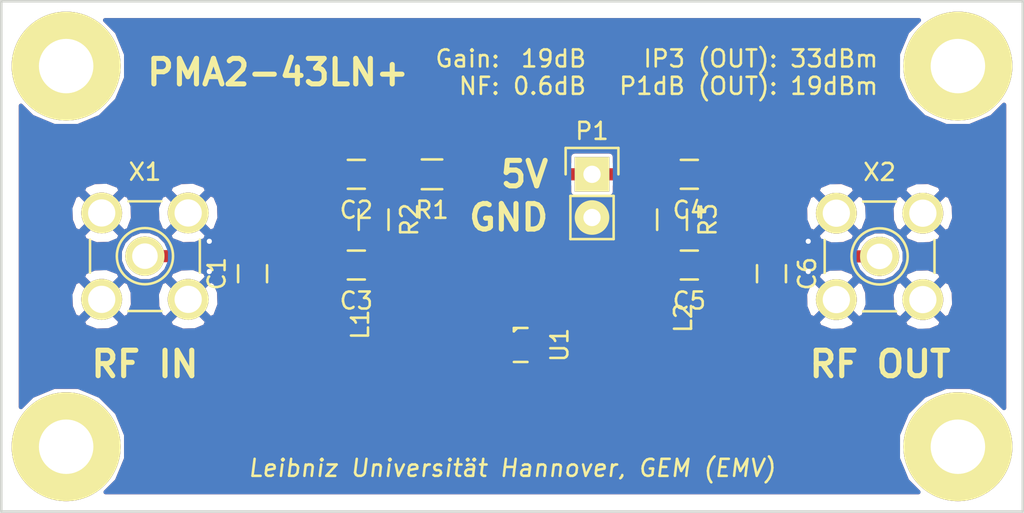
<source format=kicad_pcb>
(kicad_pcb (version 4) (host pcbnew 4.0.2+e4-6225~38~ubuntu15.10.1-stable)

  (general
    (links 69)
    (no_connects 18)
    (area 89.924999 89.924999 150.075001 120.075001)
    (thickness 1.6)
    (drawings 13)
    (tracks 35)
    (zones 0)
    (modules 23)
    (nets 10)
  )

  (page A4)
  (layers
    (0 F.Cu signal)
    (31 B.Cu signal)
    (32 B.Adhes user)
    (33 F.Adhes user)
    (34 B.Paste user)
    (35 F.Paste user)
    (36 B.SilkS user)
    (37 F.SilkS user)
    (38 B.Mask user)
    (39 F.Mask user)
    (40 Dwgs.User user)
    (41 Cmts.User user)
    (42 Eco1.User user)
    (43 Eco2.User user)
    (44 Edge.Cuts user)
    (45 Margin user)
    (46 B.CrtYd user)
    (47 F.CrtYd user)
    (48 B.Fab user)
    (49 F.Fab user)
  )

  (setup
    (last_trace_width 0.15)
    (trace_clearance 0.15)
    (zone_clearance 0.15)
    (zone_45_only no)
    (trace_min 0.15)
    (segment_width 0.1)
    (edge_width 0.15)
    (via_size 0.4)
    (via_drill 0.3)
    (via_min_size 0.4)
    (via_min_drill 0.3)
    (uvia_size 0.3)
    (uvia_drill 0.1)
    (uvias_allowed no)
    (uvia_min_size 0)
    (uvia_min_drill 0)
    (pcb_text_width 0.3)
    (pcb_text_size 1.5 1.5)
    (mod_edge_width 0.15)
    (mod_text_size 1 1)
    (mod_text_width 0.15)
    (pad_size 3.2 3.2)
    (pad_drill 3.2)
    (pad_to_mask_clearance 0.127)
    (aux_axis_origin 120 105)
    (grid_origin 120 105)
    (visible_elements FFFFFF7F)
    (pcbplotparams
      (layerselection 0x010f0_80000001)
      (usegerberextensions false)
      (excludeedgelayer false)
      (linewidth 0.100000)
      (plotframeref false)
      (viasonmask false)
      (mode 1)
      (useauxorigin false)
      (hpglpennumber 1)
      (hpglpenspeed 20)
      (hpglpendiameter 15)
      (hpglpenoverlay 2)
      (psnegative false)
      (psa4output false)
      (plotreference true)
      (plotvalue false)
      (plotinvisibletext false)
      (padsonsilk false)
      (subtractmaskfromsilk false)
      (outputformat 1)
      (mirror false)
      (drillshape 0)
      (scaleselection 1)
      (outputdirectory ../../../Temp/))
  )

  (net 0 "")
  (net 1 GNDA)
  (net 2 "Net-(C1-Pad1)")
  (net 3 "Net-(C1-Pad2)")
  (net 4 "Net-(C2-Pad1)")
  (net 5 "Net-(C3-Pad1)")
  (net 6 +5V)
  (net 7 "Net-(C5-Pad2)")
  (net 8 "Net-(C6-Pad1)")
  (net 9 "Net-(C6-Pad2)")

  (net_class Default "This is the default net class."
    (clearance 0.15)
    (trace_width 0.15)
    (via_dia 0.4)
    (via_drill 0.3)
    (uvia_dia 0.3)
    (uvia_drill 0.1)
    (add_net GNDA)
  )

  (net_class 50Ohm ""
    (clearance 0.15)
    (trace_width 0.714)
    (via_dia 0.4)
    (via_drill 0.3)
    (uvia_dia 0.3)
    (uvia_drill 0.1)
    (add_net +5V)
    (add_net "Net-(C1-Pad1)")
    (add_net "Net-(C1-Pad2)")
    (add_net "Net-(C2-Pad1)")
    (add_net "Net-(C3-Pad1)")
    (add_net "Net-(C5-Pad2)")
    (add_net "Net-(C6-Pad1)")
    (add_net "Net-(C6-Pad2)")
  )

  (module Pin_Headers:Pin_Header_Straight_1x02 (layer F.Cu) (tedit 54EA090C) (tstamp 576176DA)
    (at 124.699 100.174)
    (descr "Through hole pin header")
    (tags "pin header")
    (path /57620510)
    (fp_text reference P1 (at 0 -2.54) (layer F.SilkS)
      (effects (font (size 1 1) (thickness 0.15)))
    )
    (fp_text value CONN_01X02 (at 0 4.445) (layer F.Fab)
      (effects (font (size 1 1) (thickness 0.15)))
    )
    (fp_line (start 1.27 1.27) (end 1.27 3.81) (layer F.SilkS) (width 0.15))
    (fp_line (start 1.55 -1.55) (end 1.55 0) (layer F.SilkS) (width 0.15))
    (fp_line (start -1.75 -1.75) (end -1.75 4.3) (layer F.CrtYd) (width 0.05))
    (fp_line (start 1.75 -1.75) (end 1.75 4.3) (layer F.CrtYd) (width 0.05))
    (fp_line (start -1.75 -1.75) (end 1.75 -1.75) (layer F.CrtYd) (width 0.05))
    (fp_line (start -1.75 4.3) (end 1.75 4.3) (layer F.CrtYd) (width 0.05))
    (fp_line (start 1.27 1.27) (end -1.27 1.27) (layer F.SilkS) (width 0.15))
    (fp_line (start -1.55 0) (end -1.55 -1.55) (layer F.SilkS) (width 0.15))
    (fp_line (start -1.55 -1.55) (end 1.55 -1.55) (layer F.SilkS) (width 0.15))
    (fp_line (start -1.27 1.27) (end -1.27 3.81) (layer F.SilkS) (width 0.15))
    (fp_line (start -1.27 3.81) (end 1.27 3.81) (layer F.SilkS) (width 0.15))
    (pad 1 thru_hole rect (at 0 0) (size 2.032 2.032) (drill 1.016) (layers *.Cu *.Mask F.SilkS)
      (net 6 +5V))
    (pad 2 thru_hole oval (at 0 2.54) (size 2.032 2.032) (drill 1.016) (layers *.Cu *.Mask F.SilkS)
      (net 1 GNDA))
    (model Pin_Headers.3dshapes/Pin_Header_Straight_1x02.wrl
      (at (xyz 0 -0.05 0))
      (scale (xyz 1 1 1))
      (rotate (xyz 0 0 90))
    )
  )

  (module JueVias:VIA-0.3 (layer F.Cu) (tedit 57515DE1) (tstamp 576179FE)
    (at 137.399 105.889)
    (fp_text reference REF**11 (at 0 -1.27) (layer F.SilkS) hide
      (effects (font (size 1 1) (thickness 0.15)))
    )
    (fp_text value VIA-0.3 (at 0 1.397) (layer F.Fab) hide
      (effects (font (size 1 1) (thickness 0.15)))
    )
    (pad 1 thru_hole circle (at 0 0) (size 0.6 0.6) (drill 0.3) (layers *.Cu)
      (net 1 GNDA))
  )

  (module JueVias:VIA-0.3 (layer F.Cu) (tedit 57515DE1) (tstamp 576179FA)
    (at 137.399 104.111)
    (fp_text reference REF**11 (at 0 -1.27) (layer F.SilkS) hide
      (effects (font (size 1 1) (thickness 0.15)))
    )
    (fp_text value VIA-0.3 (at 0 1.397) (layer F.Fab) hide
      (effects (font (size 1 1) (thickness 0.15)))
    )
    (pad 1 thru_hole circle (at 0 0) (size 0.6 0.6) (drill 0.3) (layers *.Cu)
      (net 1 GNDA))
  )

  (module JueVias:VIA-0.3 (layer F.Cu) (tedit 57515DE1) (tstamp 575EBF74)
    (at 102.22 104.111)
    (fp_text reference REF**11 (at 0 -1.27) (layer F.SilkS) hide
      (effects (font (size 1 1) (thickness 0.15)))
    )
    (fp_text value VIA-0.3 (at 0 1.397) (layer F.Fab) hide
      (effects (font (size 1 1) (thickness 0.15)))
    )
    (pad 1 thru_hole circle (at 0 0) (size 0.6 0.6) (drill 0.3) (layers *.Cu)
      (net 1 GNDA))
  )

  (module JueVias:VIA-0.3 (layer F.Cu) (tedit 57515DE1) (tstamp 575EBF4D)
    (at 102.22 105.889)
    (fp_text reference REF**11 (at 0 -1.27) (layer F.SilkS) hide
      (effects (font (size 1 1) (thickness 0.15)))
    )
    (fp_text value VIA-0.3 (at 0 1.397) (layer F.Fab) hide
      (effects (font (size 1 1) (thickness 0.15)))
    )
    (pad 1 thru_hole circle (at 0 0) (size 0.6 0.6) (drill 0.3) (layers *.Cu)
      (net 1 GNDA))
  )

  (module Mounting_Holes:MountingHole_3.2mm_M3_Pad (layer F.Cu) (tedit 57517D54) (tstamp 57517E00)
    (at 93.81 93.81)
    (descr "Mounting Hole 3.2mm, M3")
    (tags "mounting hole 3.2mm m3")
    (fp_text reference REF** (at 0 -4.2) (layer F.SilkS) hide
      (effects (font (size 1 1) (thickness 0.15)))
    )
    (fp_text value MountingHole_3.2mm_M3_Pad (at 0 4.2) (layer F.Fab) hide
      (effects (font (size 1 1) (thickness 0.15)))
    )
    (fp_circle (center 0 0) (end 3.2 0) (layer Cmts.User) (width 0.15))
    (fp_circle (center 0 0) (end 3.45 0) (layer F.CrtYd) (width 0.05))
    (pad 1 thru_hole circle (at 0 0) (size 6.4 6.4) (drill 3.2) (layers *.Cu *.Mask F.SilkS))
  )

  (module Mounting_Holes:MountingHole_3.2mm_M3_Pad (layer F.Cu) (tedit 57517D54) (tstamp 57517DC8)
    (at 93.81 116.19)
    (descr "Mounting Hole 3.2mm, M3")
    (tags "mounting hole 3.2mm m3")
    (fp_text reference REF** (at 0 -4.2) (layer F.SilkS) hide
      (effects (font (size 1 1) (thickness 0.15)))
    )
    (fp_text value MountingHole_3.2mm_M3_Pad (at 0 4.2) (layer F.Fab) hide
      (effects (font (size 1 1) (thickness 0.15)))
    )
    (fp_circle (center 0 0) (end 3.2 0) (layer Cmts.User) (width 0.15))
    (fp_circle (center 0 0) (end 3.45 0) (layer F.CrtYd) (width 0.05))
    (pad 1 thru_hole circle (at 0 0) (size 6.4 6.4) (drill 3.2) (layers *.Cu *.Mask F.SilkS))
  )

  (module Mounting_Holes:MountingHole_3.2mm_M3_Pad (layer F.Cu) (tedit 57517D54) (tstamp 57517DB1)
    (at 146.19 116.19)
    (descr "Mounting Hole 3.2mm, M3")
    (tags "mounting hole 3.2mm m3")
    (fp_text reference REF** (at 0 -4.2) (layer F.SilkS) hide
      (effects (font (size 1 1) (thickness 0.15)))
    )
    (fp_text value MountingHole_3.2mm_M3_Pad (at 0 4.2) (layer F.Fab) hide
      (effects (font (size 1 1) (thickness 0.15)))
    )
    (fp_circle (center 0 0) (end 3.2 0) (layer Cmts.User) (width 0.15))
    (fp_circle (center 0 0) (end 3.45 0) (layer F.CrtYd) (width 0.05))
    (pad 1 thru_hole circle (at 0 0) (size 6.4 6.4) (drill 3.2) (layers *.Cu *.Mask F.SilkS))
  )

  (module Mounting_Holes:MountingHole_3.2mm_M3_Pad (layer F.Cu) (tedit 57517D54) (tstamp 57517D11)
    (at 146.19 93.81)
    (descr "Mounting Hole 3.2mm, M3")
    (tags "mounting hole 3.2mm m3")
    (fp_text reference REF** (at 0 -4.2) (layer F.SilkS) hide
      (effects (font (size 1 1) (thickness 0.15)))
    )
    (fp_text value MountingHole_3.2mm_M3_Pad (at 0 4.2) (layer F.Fab) hide
      (effects (font (size 1 1) (thickness 0.15)))
    )
    (fp_circle (center 0 0) (end 3.2 0) (layer Cmts.User) (width 0.15))
    (fp_circle (center 0 0) (end 3.45 0) (layer F.CrtYd) (width 0.05))
    (pad 1 thru_hole circle (at 0 0) (size 6.4 6.4) (drill 3.2) (layers *.Cu *.Mask F.SilkS))
  )

  (module JueConnectors:SMA-F-THT (layer F.Cu) (tedit 575EBBCE) (tstamp 57518A89)
    (at 141.59 105)
    (path /5761F149)
    (fp_text reference X2 (at 0 -4.953) (layer F.SilkS)
      (effects (font (size 1 1) (thickness 0.15)))
    )
    (fp_text value SMA-F (at 0 5.08) (layer F.Fab)
      (effects (font (size 1 1) (thickness 0.15)))
    )
    (fp_circle (center 0 0) (end 1.651 0) (layer F.SilkS) (width 0.15))
    (fp_line (start 4.1925 4.1925) (end 4.1925 -4.1925) (layer F.CrtYd) (width 0.05))
    (fp_line (start -4.1925 4.1925) (end 4.1925 4.1925) (layer F.CrtYd) (width 0.05))
    (fp_line (start -4.1925 -4.1925) (end -4.1925 4.1925) (layer F.CrtYd) (width 0.05))
    (fp_line (start 4.1925 -4.1925) (end -4.1925 -4.1925) (layer F.CrtYd) (width 0.05))
    (fp_line (start -0.9675 -3.225) (end 0.9675 -3.225) (layer F.SilkS) (width 0.15))
    (fp_line (start 3.225 -0.9675) (end 3.225 0.9675) (layer F.SilkS) (width 0.15))
    (fp_line (start -0.9675 3.225) (end 0.9675 3.225) (layer F.SilkS) (width 0.15))
    (fp_line (start -3.225 -0.9675) (end -3.225 0.9675) (layer F.SilkS) (width 0.15))
    (pad GND thru_hole circle (at -2.54 -2.54) (size 2.4 2.4) (drill 1.6) (layers *.Cu *.Mask F.SilkS)
      (net 1 GNDA) (zone_connect 1))
    (pad GND thru_hole circle (at 2.54 -2.54) (size 2.4 2.4) (drill 1.6) (layers *.Cu *.Mask F.SilkS)
      (net 1 GNDA) (zone_connect 1))
    (pad GND thru_hole circle (at -2.54 2.54) (size 2.4 2.4) (drill 1.6) (layers *.Cu *.Mask F.SilkS)
      (net 1 GNDA) (zone_connect 1))
    (pad GND thru_hole circle (at 2.54 2.54) (size 2.4 2.4) (drill 1.6) (layers *.Cu *.Mask F.SilkS)
      (net 1 GNDA) (zone_connect 1))
    (pad HF thru_hole circle (at 0 0) (size 2.3 2.3) (drill 1.5) (layers *.Cu *.Mask F.SilkS)
      (net 8 "Net-(C6-Pad1)") (zone_connect 1))
  )

  (module JueConnectors:SMA-F-THT (layer F.Cu) (tedit 575EBBCE) (tstamp 57518A77)
    (at 98.438 104.986)
    (path /5761F212)
    (fp_text reference X1 (at 0 -4.953) (layer F.SilkS)
      (effects (font (size 1 1) (thickness 0.15)))
    )
    (fp_text value SMA-F (at 0 5.08) (layer F.Fab)
      (effects (font (size 1 1) (thickness 0.15)))
    )
    (fp_circle (center 0 0) (end 1.651 0) (layer F.SilkS) (width 0.15))
    (fp_line (start 4.1925 4.1925) (end 4.1925 -4.1925) (layer F.CrtYd) (width 0.05))
    (fp_line (start -4.1925 4.1925) (end 4.1925 4.1925) (layer F.CrtYd) (width 0.05))
    (fp_line (start -4.1925 -4.1925) (end -4.1925 4.1925) (layer F.CrtYd) (width 0.05))
    (fp_line (start 4.1925 -4.1925) (end -4.1925 -4.1925) (layer F.CrtYd) (width 0.05))
    (fp_line (start -0.9675 -3.225) (end 0.9675 -3.225) (layer F.SilkS) (width 0.15))
    (fp_line (start 3.225 -0.9675) (end 3.225 0.9675) (layer F.SilkS) (width 0.15))
    (fp_line (start -0.9675 3.225) (end 0.9675 3.225) (layer F.SilkS) (width 0.15))
    (fp_line (start -3.225 -0.9675) (end -3.225 0.9675) (layer F.SilkS) (width 0.15))
    (pad GND thru_hole circle (at -2.54 -2.54) (size 2.4 2.4) (drill 1.6) (layers *.Cu *.Mask F.SilkS)
      (net 1 GNDA) (zone_connect 1))
    (pad GND thru_hole circle (at 2.54 -2.54) (size 2.4 2.4) (drill 1.6) (layers *.Cu *.Mask F.SilkS)
      (net 1 GNDA) (zone_connect 1))
    (pad GND thru_hole circle (at -2.54 2.54) (size 2.4 2.4) (drill 1.6) (layers *.Cu *.Mask F.SilkS)
      (net 1 GNDA) (zone_connect 1))
    (pad GND thru_hole circle (at 2.54 2.54) (size 2.4 2.4) (drill 1.6) (layers *.Cu *.Mask F.SilkS)
      (net 1 GNDA) (zone_connect 1))
    (pad HF thru_hole circle (at 0 0) (size 2.3 2.3) (drill 1.5) (layers *.Cu *.Mask F.SilkS)
      (net 3 "Net-(C1-Pad2)") (zone_connect 1))
  )

  (module Capacitors_SMD:C_0805 (layer F.Cu) (tedit 5415D6EA) (tstamp 5761E2FE)
    (at 104.76 106.016 90)
    (descr "Capacitor SMD 0805, reflow soldering, AVX (see smccp.pdf)")
    (tags "capacitor 0805")
    (path /5761D7DA)
    (attr smd)
    (fp_text reference C1 (at 0 -2.1 90) (layer F.SilkS)
      (effects (font (size 1 1) (thickness 0.15)))
    )
    (fp_text value 1n (at 0 2.1 90) (layer F.Fab)
      (effects (font (size 1 1) (thickness 0.15)))
    )
    (fp_line (start -1.8 -1) (end 1.8 -1) (layer F.CrtYd) (width 0.05))
    (fp_line (start -1.8 1) (end 1.8 1) (layer F.CrtYd) (width 0.05))
    (fp_line (start -1.8 -1) (end -1.8 1) (layer F.CrtYd) (width 0.05))
    (fp_line (start 1.8 -1) (end 1.8 1) (layer F.CrtYd) (width 0.05))
    (fp_line (start 0.5 -0.85) (end -0.5 -0.85) (layer F.SilkS) (width 0.15))
    (fp_line (start -0.5 0.85) (end 0.5 0.85) (layer F.SilkS) (width 0.15))
    (pad 1 smd rect (at -1 0 90) (size 1 1.25) (layers F.Cu F.Paste F.Mask)
      (net 2 "Net-(C1-Pad1)"))
    (pad 2 smd rect (at 1 0 90) (size 1 1.25) (layers F.Cu F.Paste F.Mask)
      (net 3 "Net-(C1-Pad2)"))
    (model Capacitors_SMD.3dshapes/C_0805.wrl
      (at (xyz 0 0 0))
      (scale (xyz 1 1 1))
      (rotate (xyz 0 0 0))
    )
  )

  (module Capacitors_SMD:C_0805 (layer F.Cu) (tedit 5415D6EA) (tstamp 5761E30A)
    (at 110.856 100.174 180)
    (descr "Capacitor SMD 0805, reflow soldering, AVX (see smccp.pdf)")
    (tags "capacitor 0805")
    (path /5761E051)
    (attr smd)
    (fp_text reference C2 (at 0 -2.1 180) (layer F.SilkS)
      (effects (font (size 1 1) (thickness 0.15)))
    )
    (fp_text value 4µ7 (at 0 2.1 180) (layer F.Fab)
      (effects (font (size 1 1) (thickness 0.15)))
    )
    (fp_line (start -1.8 -1) (end 1.8 -1) (layer F.CrtYd) (width 0.05))
    (fp_line (start -1.8 1) (end 1.8 1) (layer F.CrtYd) (width 0.05))
    (fp_line (start -1.8 -1) (end -1.8 1) (layer F.CrtYd) (width 0.05))
    (fp_line (start 1.8 -1) (end 1.8 1) (layer F.CrtYd) (width 0.05))
    (fp_line (start 0.5 -0.85) (end -0.5 -0.85) (layer F.SilkS) (width 0.15))
    (fp_line (start -0.5 0.85) (end 0.5 0.85) (layer F.SilkS) (width 0.15))
    (pad 1 smd rect (at -1 0 180) (size 1 1.25) (layers F.Cu F.Paste F.Mask)
      (net 4 "Net-(C2-Pad1)"))
    (pad 2 smd rect (at 1 0 180) (size 1 1.25) (layers F.Cu F.Paste F.Mask)
      (net 1 GNDA))
    (model Capacitors_SMD.3dshapes/C_0805.wrl
      (at (xyz 0 0 0))
      (scale (xyz 1 1 1))
      (rotate (xyz 0 0 0))
    )
  )

  (module Capacitors_SMD:C_0805 (layer F.Cu) (tedit 5415D6EA) (tstamp 5761E316)
    (at 110.856 105.508 180)
    (descr "Capacitor SMD 0805, reflow soldering, AVX (see smccp.pdf)")
    (tags "capacitor 0805")
    (path /5761DBBD)
    (attr smd)
    (fp_text reference C3 (at 0 -2.1 180) (layer F.SilkS)
      (effects (font (size 1 1) (thickness 0.15)))
    )
    (fp_text value 100p (at 0 2.1 180) (layer F.Fab)
      (effects (font (size 1 1) (thickness 0.15)))
    )
    (fp_line (start -1.8 -1) (end 1.8 -1) (layer F.CrtYd) (width 0.05))
    (fp_line (start -1.8 1) (end 1.8 1) (layer F.CrtYd) (width 0.05))
    (fp_line (start -1.8 -1) (end -1.8 1) (layer F.CrtYd) (width 0.05))
    (fp_line (start 1.8 -1) (end 1.8 1) (layer F.CrtYd) (width 0.05))
    (fp_line (start 0.5 -0.85) (end -0.5 -0.85) (layer F.SilkS) (width 0.15))
    (fp_line (start -0.5 0.85) (end 0.5 0.85) (layer F.SilkS) (width 0.15))
    (pad 1 smd rect (at -1 0 180) (size 1 1.25) (layers F.Cu F.Paste F.Mask)
      (net 5 "Net-(C3-Pad1)"))
    (pad 2 smd rect (at 1 0 180) (size 1 1.25) (layers F.Cu F.Paste F.Mask)
      (net 1 GNDA))
    (model Capacitors_SMD.3dshapes/C_0805.wrl
      (at (xyz 0 0 0))
      (scale (xyz 1 1 1))
      (rotate (xyz 0 0 0))
    )
  )

  (module Capacitors_SMD:C_0805 (layer F.Cu) (tedit 5415D6EA) (tstamp 5761E322)
    (at 130.414 100.174 180)
    (descr "Capacitor SMD 0805, reflow soldering, AVX (see smccp.pdf)")
    (tags "capacitor 0805")
    (path /5761ED83)
    (attr smd)
    (fp_text reference C4 (at 0 -2.1 180) (layer F.SilkS)
      (effects (font (size 1 1) (thickness 0.15)))
    )
    (fp_text value 4µ7 (at 0 2.1 180) (layer F.Fab)
      (effects (font (size 1 1) (thickness 0.15)))
    )
    (fp_line (start -1.8 -1) (end 1.8 -1) (layer F.CrtYd) (width 0.05))
    (fp_line (start -1.8 1) (end 1.8 1) (layer F.CrtYd) (width 0.05))
    (fp_line (start -1.8 -1) (end -1.8 1) (layer F.CrtYd) (width 0.05))
    (fp_line (start 1.8 -1) (end 1.8 1) (layer F.CrtYd) (width 0.05))
    (fp_line (start 0.5 -0.85) (end -0.5 -0.85) (layer F.SilkS) (width 0.15))
    (fp_line (start -0.5 0.85) (end 0.5 0.85) (layer F.SilkS) (width 0.15))
    (pad 1 smd rect (at -1 0 180) (size 1 1.25) (layers F.Cu F.Paste F.Mask)
      (net 1 GNDA))
    (pad 2 smd rect (at 1 0 180) (size 1 1.25) (layers F.Cu F.Paste F.Mask)
      (net 6 +5V))
    (model Capacitors_SMD.3dshapes/C_0805.wrl
      (at (xyz 0 0 0))
      (scale (xyz 1 1 1))
      (rotate (xyz 0 0 0))
    )
  )

  (module Capacitors_SMD:C_0805 (layer F.Cu) (tedit 5415D6EA) (tstamp 5761E32E)
    (at 130.414 105.508 180)
    (descr "Capacitor SMD 0805, reflow soldering, AVX (see smccp.pdf)")
    (tags "capacitor 0805")
    (path /5761E8E5)
    (attr smd)
    (fp_text reference C5 (at 0 -2.1 180) (layer F.SilkS)
      (effects (font (size 1 1) (thickness 0.15)))
    )
    (fp_text value 100p (at 0 2.1 180) (layer F.Fab)
      (effects (font (size 1 1) (thickness 0.15)))
    )
    (fp_line (start -1.8 -1) (end 1.8 -1) (layer F.CrtYd) (width 0.05))
    (fp_line (start -1.8 1) (end 1.8 1) (layer F.CrtYd) (width 0.05))
    (fp_line (start -1.8 -1) (end -1.8 1) (layer F.CrtYd) (width 0.05))
    (fp_line (start 1.8 -1) (end 1.8 1) (layer F.CrtYd) (width 0.05))
    (fp_line (start 0.5 -0.85) (end -0.5 -0.85) (layer F.SilkS) (width 0.15))
    (fp_line (start -0.5 0.85) (end 0.5 0.85) (layer F.SilkS) (width 0.15))
    (pad 1 smd rect (at -1 0 180) (size 1 1.25) (layers F.Cu F.Paste F.Mask)
      (net 1 GNDA))
    (pad 2 smd rect (at 1 0 180) (size 1 1.25) (layers F.Cu F.Paste F.Mask)
      (net 7 "Net-(C5-Pad2)"))
    (model Capacitors_SMD.3dshapes/C_0805.wrl
      (at (xyz 0 0 0))
      (scale (xyz 1 1 1))
      (rotate (xyz 0 0 0))
    )
  )

  (module Capacitors_SMD:C_0805 (layer F.Cu) (tedit 5415D6EA) (tstamp 5761E33A)
    (at 135.24 106.016 270)
    (descr "Capacitor SMD 0805, reflow soldering, AVX (see smccp.pdf)")
    (tags "capacitor 0805")
    (path /5761E561)
    (attr smd)
    (fp_text reference C6 (at 0 -2.1 270) (layer F.SilkS)
      (effects (font (size 1 1) (thickness 0.15)))
    )
    (fp_text value 1n (at 0 2.1 270) (layer F.Fab)
      (effects (font (size 1 1) (thickness 0.15)))
    )
    (fp_line (start -1.8 -1) (end 1.8 -1) (layer F.CrtYd) (width 0.05))
    (fp_line (start -1.8 1) (end 1.8 1) (layer F.CrtYd) (width 0.05))
    (fp_line (start -1.8 -1) (end -1.8 1) (layer F.CrtYd) (width 0.05))
    (fp_line (start 1.8 -1) (end 1.8 1) (layer F.CrtYd) (width 0.05))
    (fp_line (start 0.5 -0.85) (end -0.5 -0.85) (layer F.SilkS) (width 0.15))
    (fp_line (start -0.5 0.85) (end 0.5 0.85) (layer F.SilkS) (width 0.15))
    (pad 1 smd rect (at -1 0 270) (size 1 1.25) (layers F.Cu F.Paste F.Mask)
      (net 8 "Net-(C6-Pad1)"))
    (pad 2 smd rect (at 1 0 270) (size 1 1.25) (layers F.Cu F.Paste F.Mask)
      (net 9 "Net-(C6-Pad2)"))
    (model Capacitors_SMD.3dshapes/C_0805.wrl
      (at (xyz 0 0 0))
      (scale (xyz 1 1 1))
      (rotate (xyz 0 0 0))
    )
  )

  (module Inductors_NEOSID:Neosid_Inductor_SM-NE29_SMD1008 (layer F.Cu) (tedit 0) (tstamp 5761E340)
    (at 114.285 108.81 90)
    (descr "Neosid, Inductor, SM-NE29, SMD1008, Festinduktivitaet, SMD,")
    (tags "Neosid, Inductor, SM-NE29, SMD1008, Festinduktivitaet, SMD,")
    (path /5761DA27)
    (attr smd)
    (fp_text reference L1 (at -0.20066 -3.2004 90) (layer F.SilkS)
      (effects (font (size 1 1) (thickness 0.15)))
    )
    (fp_text value 10n (at 0 3.2004 90) (layer F.Fab)
      (effects (font (size 1 1) (thickness 0.15)))
    )
    (pad 2 smd rect (at 1.14554 0 90) (size 1.02108 2.54) (layers F.Cu F.Paste F.Mask)
      (net 5 "Net-(C3-Pad1)"))
    (pad 1 smd rect (at -1.14554 0 90) (size 1.02108 2.54) (layers F.Cu F.Paste F.Mask)
      (net 2 "Net-(C1-Pad1)"))
  )

  (module Inductors_NEOSID:Neosid_Inductor_SM-NE29_SMD1008 (layer F.Cu) (tedit 0) (tstamp 5761E346)
    (at 126.858 108.81 270)
    (descr "Neosid, Inductor, SM-NE29, SMD1008, Festinduktivitaet, SMD,")
    (tags "Neosid, Inductor, SM-NE29, SMD1008, Festinduktivitaet, SMD,")
    (path /5761E4AF)
    (attr smd)
    (fp_text reference L2 (at -0.20066 -3.2004 270) (layer F.SilkS)
      (effects (font (size 1 1) (thickness 0.15)))
    )
    (fp_text value 8n2 (at 0 3.2004 270) (layer F.Fab)
      (effects (font (size 1 1) (thickness 0.15)))
    )
    (pad 2 smd rect (at 1.14554 0 270) (size 1.02108 2.54) (layers F.Cu F.Paste F.Mask)
      (net 9 "Net-(C6-Pad2)"))
    (pad 1 smd rect (at -1.14554 0 270) (size 1.02108 2.54) (layers F.Cu F.Paste F.Mask)
      (net 7 "Net-(C5-Pad2)"))
  )

  (module Resistors_SMD:R_0805 (layer F.Cu) (tedit 5415CDEB) (tstamp 5761E352)
    (at 115.301 100.174 180)
    (descr "Resistor SMD 0805, reflow soldering, Vishay (see dcrcw.pdf)")
    (tags "resistor 0805")
    (path /5761EB5E)
    (attr smd)
    (fp_text reference R1 (at 0 -2.1 180) (layer F.SilkS)
      (effects (font (size 1 1) (thickness 0.15)))
    )
    (fp_text value 5k11 (at 0 2.1 180) (layer F.Fab)
      (effects (font (size 1 1) (thickness 0.15)))
    )
    (fp_line (start -1.6 -1) (end 1.6 -1) (layer F.CrtYd) (width 0.05))
    (fp_line (start -1.6 1) (end 1.6 1) (layer F.CrtYd) (width 0.05))
    (fp_line (start -1.6 -1) (end -1.6 1) (layer F.CrtYd) (width 0.05))
    (fp_line (start 1.6 -1) (end 1.6 1) (layer F.CrtYd) (width 0.05))
    (fp_line (start 0.6 0.875) (end -0.6 0.875) (layer F.SilkS) (width 0.15))
    (fp_line (start -0.6 -0.875) (end 0.6 -0.875) (layer F.SilkS) (width 0.15))
    (pad 1 smd rect (at -0.95 0 180) (size 0.7 1.3) (layers F.Cu F.Paste F.Mask)
      (net 6 +5V))
    (pad 2 smd rect (at 0.95 0 180) (size 0.7 1.3) (layers F.Cu F.Paste F.Mask)
      (net 4 "Net-(C2-Pad1)"))
    (model Resistors_SMD.3dshapes/R_0805.wrl
      (at (xyz 0 0 0))
      (scale (xyz 1 1 1))
      (rotate (xyz 0 0 0))
    )
  )

  (module Resistors_SMD:R_0805 (layer F.Cu) (tedit 5415CDEB) (tstamp 5761E35E)
    (at 111.872 102.841 270)
    (descr "Resistor SMD 0805, reflow soldering, Vishay (see dcrcw.pdf)")
    (tags "resistor 0805")
    (path /5761DDB6)
    (attr smd)
    (fp_text reference R2 (at 0 -2.1 270) (layer F.SilkS)
      (effects (font (size 1 1) (thickness 0.15)))
    )
    (fp_text value 49.9 (at 0 2.1 270) (layer F.Fab)
      (effects (font (size 1 1) (thickness 0.15)))
    )
    (fp_line (start -1.6 -1) (end 1.6 -1) (layer F.CrtYd) (width 0.05))
    (fp_line (start -1.6 1) (end 1.6 1) (layer F.CrtYd) (width 0.05))
    (fp_line (start -1.6 -1) (end -1.6 1) (layer F.CrtYd) (width 0.05))
    (fp_line (start 1.6 -1) (end 1.6 1) (layer F.CrtYd) (width 0.05))
    (fp_line (start 0.6 0.875) (end -0.6 0.875) (layer F.SilkS) (width 0.15))
    (fp_line (start -0.6 -0.875) (end 0.6 -0.875) (layer F.SilkS) (width 0.15))
    (pad 1 smd rect (at -0.95 0 270) (size 0.7 1.3) (layers F.Cu F.Paste F.Mask)
      (net 4 "Net-(C2-Pad1)"))
    (pad 2 smd rect (at 0.95 0 270) (size 0.7 1.3) (layers F.Cu F.Paste F.Mask)
      (net 5 "Net-(C3-Pad1)"))
    (model Resistors_SMD.3dshapes/R_0805.wrl
      (at (xyz 0 0 0))
      (scale (xyz 1 1 1))
      (rotate (xyz 0 0 0))
    )
  )

  (module Resistors_SMD:R_0805 (layer F.Cu) (tedit 5415CDEB) (tstamp 5761E36A)
    (at 129.398 102.841 270)
    (descr "Resistor SMD 0805, reflow soldering, Vishay (see dcrcw.pdf)")
    (tags "resistor 0805")
    (path /5761E96F)
    (attr smd)
    (fp_text reference R3 (at 0 -2.1 270) (layer F.SilkS)
      (effects (font (size 1 1) (thickness 0.15)))
    )
    (fp_text value 0 (at 0 2.1 270) (layer F.Fab)
      (effects (font (size 1 1) (thickness 0.15)))
    )
    (fp_line (start -1.6 -1) (end 1.6 -1) (layer F.CrtYd) (width 0.05))
    (fp_line (start -1.6 1) (end 1.6 1) (layer F.CrtYd) (width 0.05))
    (fp_line (start -1.6 -1) (end -1.6 1) (layer F.CrtYd) (width 0.05))
    (fp_line (start 1.6 -1) (end 1.6 1) (layer F.CrtYd) (width 0.05))
    (fp_line (start 0.6 0.875) (end -0.6 0.875) (layer F.SilkS) (width 0.15))
    (fp_line (start -0.6 -0.875) (end 0.6 -0.875) (layer F.SilkS) (width 0.15))
    (pad 1 smd rect (at -0.95 0 270) (size 0.7 1.3) (layers F.Cu F.Paste F.Mask)
      (net 6 +5V))
    (pad 2 smd rect (at 0.95 0 270) (size 0.7 1.3) (layers F.Cu F.Paste F.Mask)
      (net 7 "Net-(C5-Pad2)"))
    (model Resistors_SMD.3dshapes/R_0805.wrl
      (at (xyz 0 0 0))
      (scale (xyz 1 1 1))
      (rotate (xyz 0 0 0))
    )
  )

  (module MiniCircuits:MC1631 (layer F.Cu) (tedit 574C3C74) (tstamp 5761E37F)
    (at 120.508 110.207 270)
    (path /5761D6A4)
    (fp_text reference U1 (at 0 -2.286 270) (layer F.SilkS)
      (effects (font (size 1 1) (thickness 0.15)))
    )
    (fp_text value PMA2-43LN+ (at 0 2.413 270) (layer F.Fab)
      (effects (font (size 1 1) (thickness 0.15)))
    )
    (fp_line (start 1.143 -1.524) (end -1.143 -1.524) (layer F.CrtYd) (width 0.05))
    (fp_line (start 1.143 1.524) (end 1.143 -1.524) (layer F.CrtYd) (width 0.05))
    (fp_line (start -1.143 1.524) (end 1.143 1.524) (layer F.CrtYd) (width 0.05))
    (fp_line (start -1.143 -1.524) (end -1.143 1.524) (layer F.CrtYd) (width 0.05))
    (fp_line (start -1 0.2) (end -0.8 0.4) (layer F.SilkS) (width 0.15))
    (fp_line (start -1 0.4) (end -0.8 0.4) (layer F.SilkS) (width 0.15))
    (fp_line (start 1 -0.4) (end 1 0.4) (layer F.SilkS) (width 0.15))
    (fp_line (start -1 -0.4) (end -1 0.4) (layer F.SilkS) (width 0.15))
    (pad PAD smd rect (at 0 0 270) (size 1.1938 0.6096) (layers F.Cu F.Paste F.Mask)
      (net 1 GNDA))
    (pad 1 smd rect (at -0.762 0.9525 270) (size 0.254 0.7874) (layers F.Cu F.Paste F.Mask)
      (net 5 "Net-(C3-Pad1)"))
    (pad 2 smd rect (at -0.254 0.9525 270) (size 0.254 0.7874) (layers F.Cu F.Paste F.Mask)
      (net 2 "Net-(C1-Pad1)"))
    (pad 3 smd rect (at 0.254 0.9525 270) (size 0.254 0.7874) (layers F.Cu F.Paste F.Mask)
      (net 1 GNDA))
    (pad 4 smd rect (at 0.762 0.9525 270) (size 0.254 0.7874) (layers F.Cu F.Paste F.Mask)
      (net 1 GNDA))
    (pad 5 smd rect (at 0.762 -0.9525 270) (size 0.254 0.7874) (layers F.Cu F.Paste F.Mask)
      (net 1 GNDA))
    (pad 6 smd rect (at 0.254 -0.9525 270) (size 0.254 0.7874) (layers F.Cu F.Paste F.Mask)
      (net 1 GNDA))
    (pad 7 smd rect (at -0.254 -0.9525 270) (size 0.254 0.7874) (layers F.Cu F.Paste F.Mask)
      (net 9 "Net-(C6-Pad2)"))
    (pad 8 smd rect (at -0.762 -0.9525 270) (size 0.254 0.7874) (layers F.Cu F.Paste F.Mask)
      (net 1 GNDA))
  )

  (gr_text 5V (at 122.286 100.174) (layer F.SilkS) (tstamp 57617CA4)
    (effects (font (size 1.5 1.5) (thickness 0.3)) (justify right))
  )
  (gr_text GND (at 122.286 102.714) (layer F.SilkS) (tstamp 57617CC3)
    (effects (font (size 1.5 1.5) (thickness 0.3)) (justify right))
  )
  (gr_text "Gain:\nNF:" (at 119.365 94.1796) (layer F.SilkS) (tstamp 57617E63)
    (effects (font (size 1 1) (thickness 0.15)) (justify right))
  )
  (gr_text "IP3 (OUT): 33dBm\nP1dB (OUT): 19dBm" (at 141.59 94.1796) (layer F.SilkS)
    (effects (font (size 1 1) (thickness 0.15)) (justify right))
  )
  (gr_text "19dB\n0.6dB" (at 124.445 94.1796) (layer F.SilkS)
    (effects (font (size 1 1) (thickness 0.15)) (justify right))
  )
  (gr_text "Leibniz Universität Hannover, GEM (EMV)" (at 120 117.446) (layer F.SilkS)
    (effects (font (size 1 1) (thickness 0.15) italic))
  )
  (gr_text PMA2-43LN+ (at 98.41 94.1796) (layer F.SilkS)
    (effects (font (size 1.5 1.5) (thickness 0.3)) (justify left))
  )
  (gr_text "RF OUT" (at 141.618 111.336) (layer F.SilkS)
    (effects (font (size 1.5 1.5) (thickness 0.3)))
  )
  (gr_text "RF IN" (at 98.438 111.336) (layer F.SilkS)
    (effects (font (size 1.5 1.5) (thickness 0.3)))
  )
  (gr_line (start 150 90) (end 90 90) (layer Edge.Cuts) (width 0.15))
  (gr_line (start 150 120) (end 150 90) (layer Edge.Cuts) (width 0.15))
  (gr_line (start 90 120) (end 150 120) (layer Edge.Cuts) (width 0.15))
  (gr_line (start 90 90) (end 90 120) (layer Edge.Cuts) (width 0.15))

  (segment (start 180 120) (end 180 90) (width 0.25) (layer Dwgs.User) (net 0))
  (segment (start 120 120) (end 180 120) (width 0.25) (layer Dwgs.User) (net 0))
  (segment (start 114.285 109.95554) (end 118.21946 109.95554) (width 0.714) (layer F.Cu) (net 2))
  (segment (start 114.285 109.95554) (end 107.81054 109.95554) (width 0.714) (layer F.Cu) (net 2))
  (segment (start 107.81054 109.95554) (end 104.871 107.016) (width 0.714) (layer F.Cu) (net 2))
  (segment (start 104.871 107.016) (end 104.76 107.016) (width 0.714) (layer F.Cu) (net 2))
  (segment (start 104.885 107.016) (end 104.76 107.016) (width 0.714) (layer F.Cu) (net 2))
  (segment (start 98.438 104.986) (end 104.73 104.986) (width 0.714) (layer F.Cu) (net 3))
  (segment (start 104.73 104.986) (end 104.76 105.016) (width 0.714) (layer F.Cu) (net 3))
  (segment (start 111.856 100.174) (end 114.351 100.174) (width 0.714) (layer F.Cu) (net 4))
  (segment (start 111.856 100.174) (end 111.856 101.875) (width 0.714) (layer F.Cu) (net 4))
  (segment (start 111.856 101.875) (end 111.872 101.891) (width 0.714) (layer F.Cu) (net 4))
  (segment (start 117.33046 107.66446) (end 118.857 109.191) (width 0.714) (layer F.Cu) (net 5))
  (segment (start 114.285 107.66446) (end 117.33046 107.66446) (width 0.714) (layer F.Cu) (net 5))
  (segment (start 111.872 103.791) (end 111.872 105.492) (width 0.714) (layer F.Cu) (net 5))
  (segment (start 111.872 105.492) (end 111.856 105.508) (width 0.714) (layer F.Cu) (net 5))
  (segment (start 114.285 107.53746) (end 113.88546 107.53746) (width 0.714) (layer F.Cu) (net 5))
  (segment (start 113.88546 107.53746) (end 111.856 105.508) (width 0.714) (layer F.Cu) (net 5))
  (segment (start 129.398 101.891) (end 129.398 100.19) (width 0.714) (layer F.Cu) (net 6))
  (segment (start 129.398 100.19) (end 129.414 100.174) (width 0.714) (layer F.Cu) (net 6))
  (segment (start 129.414 100.174) (end 124.699 100.174) (width 0.714) (layer F.Cu) (net 6))
  (segment (start 116.251 100.174) (end 124.699 100.174) (width 0.714) (layer F.Cu) (net 6))
  (segment (start 129.398 103.791) (end 129.398 105.492) (width 0.714) (layer F.Cu) (net 7))
  (segment (start 129.398 105.492) (end 129.414 105.508) (width 0.714) (layer F.Cu) (net 7))
  (segment (start 126.858 107.66446) (end 127.25754 107.66446) (width 0.714) (layer F.Cu) (net 7))
  (segment (start 127.25754 107.66446) (end 129.414 105.508) (width 0.714) (layer F.Cu) (net 7))
  (segment (start 141.59 105) (end 135.256 105) (width 0.714) (layer F.Cu) (net 8))
  (segment (start 135.256 105) (end 135.24 105.016) (width 0.714) (layer F.Cu) (net 8))
  (segment (start 124.87146 109.953) (end 122.6035 109.953) (width 0.714) (layer F.Cu) (net 9))
  (segment (start 126.858 109.95554) (end 124.874 109.95554) (width 0.714) (layer F.Cu) (net 9))
  (segment (start 124.874 109.95554) (end 124.87146 109.953) (width 0.714) (layer F.Cu) (net 9))
  (segment (start 132.18946 109.95554) (end 132.18946 109.94154) (width 0.714) (layer F.Cu) (net 9))
  (segment (start 132.18946 109.94154) (end 135.115 107.016) (width 0.714) (layer F.Cu) (net 9))
  (segment (start 135.115 107.016) (end 135.24 107.016) (width 0.714) (layer F.Cu) (net 9))
  (segment (start 126.858 109.95554) (end 132.18946 109.95554) (width 0.714) (layer F.Cu) (net 9))

  (zone (net 1) (net_name GNDA) (layer F.Cu) (tstamp 0) (hatch edge 0.508)
    (connect_pads yes (clearance 0.2))
    (min_thickness 0.254)
    (fill yes (arc_segments 16) (thermal_gap 0.508) (thermal_bridge_width 0.508))
    (polygon
      (pts
        (xy 91.028 118.986) (xy 91.028 90.986) (xy 149.028 90.986) (xy 149.028 118.986)
      )
    )
    (filled_polygon
      (pts
        (xy 143.201698 91.809506) (xy 142.663614 93.105358) (xy 142.662389 94.508486) (xy 143.198211 95.805275) (xy 144.189506 96.798302)
        (xy 145.485358 97.336386) (xy 146.888486 97.337611) (xy 148.185275 96.801789) (xy 148.901 96.087312) (xy 148.901 113.913445)
        (xy 148.190494 113.201698) (xy 146.894642 112.663614) (xy 145.491514 112.662389) (xy 144.194725 113.198211) (xy 143.201698 114.189506)
        (xy 142.663614 115.485358) (xy 142.662389 116.888486) (xy 143.198211 118.185275) (xy 143.870761 118.859) (xy 96.128628 118.859)
        (xy 96.798302 118.190494) (xy 97.336386 116.894642) (xy 97.337611 115.491514) (xy 96.801789 114.194725) (xy 95.810494 113.201698)
        (xy 94.514642 112.663614) (xy 93.111514 112.662389) (xy 91.814725 113.198211) (xy 91.155 113.856785) (xy 91.155 108.823175)
        (xy 94.78043 108.823175) (xy 94.903565 109.110788) (xy 95.585734 109.370707) (xy 96.315443 109.349786) (xy 96.892435 109.110788)
        (xy 97.01557 108.823175) (xy 99.86043 108.823175) (xy 99.983565 109.110788) (xy 100.665734 109.370707) (xy 101.395443 109.349786)
        (xy 101.972435 109.110788) (xy 102.09557 108.823175) (xy 100.978 107.705605) (xy 99.86043 108.823175) (xy 97.01557 108.823175)
        (xy 95.898 107.705605) (xy 94.78043 108.823175) (xy 91.155 108.823175) (xy 91.155 107.213734) (xy 94.053293 107.213734)
        (xy 94.074214 107.943443) (xy 94.313212 108.520435) (xy 94.600825 108.64357) (xy 95.718395 107.526) (xy 96.077605 107.526)
        (xy 97.195175 108.64357) (xy 97.482788 108.520435) (xy 97.742707 107.838266) (xy 97.724802 107.213734) (xy 99.133293 107.213734)
        (xy 99.154214 107.943443) (xy 99.393212 108.520435) (xy 99.680825 108.64357) (xy 100.798395 107.526) (xy 101.157605 107.526)
        (xy 102.275175 108.64357) (xy 102.562788 108.520435) (xy 102.822707 107.838266) (xy 102.801786 107.108557) (xy 102.562788 106.531565)
        (xy 102.526432 106.516) (xy 103.801594 106.516) (xy 103.801594 107.516) (xy 103.824395 107.637179) (xy 103.896012 107.748474)
        (xy 104.005286 107.823138) (xy 104.135 107.849406) (xy 104.737084 107.849406) (xy 107.326879 110.439201) (xy 107.548785 110.587474)
        (xy 107.81054 110.63954) (xy 112.738037 110.63954) (xy 112.776012 110.698554) (xy 112.885286 110.773218) (xy 113.015 110.799486)
        (xy 115.555 110.799486) (xy 115.676179 110.776685) (xy 115.787474 110.705068) (xy 115.832248 110.63954) (xy 118.21946 110.63954)
        (xy 118.481215 110.587474) (xy 118.703121 110.439201) (xy 118.724637 110.407) (xy 119.130167 110.407) (xy 119.1618 110.413406)
        (xy 119.9492 110.413406) (xy 120.070379 110.390605) (xy 120.181674 110.318988) (xy 120.256338 110.209714) (xy 120.282606 110.08)
        (xy 120.282606 109.826) (xy 120.733394 109.826) (xy 120.733394 110.08) (xy 120.756195 110.201179) (xy 120.827812 110.312474)
        (xy 120.937086 110.387138) (xy 121.0668 110.413406) (xy 121.8542 110.413406) (xy 121.888246 110.407) (xy 122.10002 110.407)
        (xy 122.119839 110.436661) (xy 122.341745 110.584934) (xy 122.6035 110.637) (xy 124.86123 110.637) (xy 124.874 110.63954)
        (xy 125.311037 110.63954) (xy 125.349012 110.698554) (xy 125.458286 110.773218) (xy 125.588 110.799486) (xy 128.128 110.799486)
        (xy 128.249179 110.776685) (xy 128.360474 110.705068) (xy 128.405248 110.63954) (xy 132.18946 110.63954) (xy 132.451215 110.587474)
        (xy 132.673121 110.439201) (xy 132.701312 110.39701) (xy 134.261147 108.837175) (xy 137.93243 108.837175) (xy 138.055565 109.124788)
        (xy 138.737734 109.384707) (xy 139.467443 109.363786) (xy 140.044435 109.124788) (xy 140.16757 108.837175) (xy 143.01243 108.837175)
        (xy 143.135565 109.124788) (xy 143.817734 109.384707) (xy 144.547443 109.363786) (xy 145.124435 109.124788) (xy 145.24757 108.837175)
        (xy 144.13 107.719605) (xy 143.01243 108.837175) (xy 140.16757 108.837175) (xy 139.05 107.719605) (xy 137.93243 108.837175)
        (xy 134.261147 108.837175) (xy 135.248916 107.849406) (xy 135.865 107.849406) (xy 135.986179 107.826605) (xy 136.097474 107.754988)
        (xy 136.172138 107.645714) (xy 136.198406 107.516) (xy 136.198406 107.227734) (xy 137.205293 107.227734) (xy 137.226214 107.957443)
        (xy 137.465212 108.534435) (xy 137.752825 108.65757) (xy 138.870395 107.54) (xy 139.229605 107.54) (xy 140.347175 108.65757)
        (xy 140.634788 108.534435) (xy 140.894707 107.852266) (xy 140.876802 107.227734) (xy 142.285293 107.227734) (xy 142.306214 107.957443)
        (xy 142.545212 108.534435) (xy 142.832825 108.65757) (xy 143.950395 107.54) (xy 144.309605 107.54) (xy 145.427175 108.65757)
        (xy 145.714788 108.534435) (xy 145.974707 107.852266) (xy 145.953786 107.122557) (xy 145.714788 106.545565) (xy 145.427175 106.42243)
        (xy 144.309605 107.54) (xy 143.950395 107.54) (xy 142.832825 106.42243) (xy 142.545212 106.545565) (xy 142.285293 107.227734)
        (xy 140.876802 107.227734) (xy 140.873786 107.122557) (xy 140.634788 106.545565) (xy 140.347175 106.42243) (xy 139.229605 107.54)
        (xy 138.870395 107.54) (xy 137.752825 106.42243) (xy 137.465212 106.545565) (xy 137.205293 107.227734) (xy 136.198406 107.227734)
        (xy 136.198406 106.516) (xy 136.175605 106.394821) (xy 136.103988 106.283526) (xy 136.044421 106.242825) (xy 137.93243 106.242825)
        (xy 139.05 107.360395) (xy 140.16757 106.242825) (xy 140.044435 105.955212) (xy 139.362266 105.695293) (xy 138.632557 105.716214)
        (xy 138.055565 105.955212) (xy 137.93243 106.242825) (xy 136.044421 106.242825) (xy 135.994714 106.208862) (xy 135.865 106.182594)
        (xy 134.615 106.182594) (xy 134.493821 106.205395) (xy 134.382526 106.277012) (xy 134.307862 106.386286) (xy 134.281594 106.516)
        (xy 134.281594 106.882084) (xy 131.892138 109.27154) (xy 128.404963 109.27154) (xy 128.366988 109.212526) (xy 128.257714 109.137862)
        (xy 128.128 109.111594) (xy 125.588 109.111594) (xy 125.466821 109.134395) (xy 125.355526 109.206012) (xy 125.310752 109.27154)
        (xy 124.88423 109.27154) (xy 124.87146 109.269) (xy 122.6035 109.269) (xy 122.341745 109.321066) (xy 122.119839 109.469339)
        (xy 122.10002 109.499) (xy 121.885833 109.499) (xy 121.8542 109.492594) (xy 121.0668 109.492594) (xy 120.945621 109.515395)
        (xy 120.834326 109.587012) (xy 120.759662 109.696286) (xy 120.733394 109.826) (xy 120.282606 109.826) (xy 120.259805 109.704821)
        (xy 120.256689 109.699979) (xy 120.282606 109.572) (xy 120.282606 109.318) (xy 120.259805 109.196821) (xy 120.188188 109.085526)
        (xy 120.078914 109.010862) (xy 119.9492 108.984594) (xy 119.621042 108.984594) (xy 118.897724 108.261276) (xy 118.887854 108.254532)
        (xy 117.814121 107.180799) (xy 117.773894 107.15392) (xy 125.254594 107.15392) (xy 125.254594 108.175) (xy 125.277395 108.296179)
        (xy 125.349012 108.407474) (xy 125.458286 108.482138) (xy 125.588 108.508406) (xy 128.128 108.508406) (xy 128.249179 108.485605)
        (xy 128.360474 108.413988) (xy 128.435138 108.304714) (xy 128.461406 108.175) (xy 128.461406 107.427916) (xy 129.422916 106.466406)
        (xy 129.914 106.466406) (xy 130.035179 106.443605) (xy 130.146474 106.371988) (xy 130.221138 106.262714) (xy 130.247406 106.133)
        (xy 130.247406 104.883) (xy 130.224605 104.761821) (xy 130.152988 104.650526) (xy 130.082 104.602022) (xy 130.082 104.516)
        (xy 134.281594 104.516) (xy 134.281594 105.516) (xy 134.304395 105.637179) (xy 134.376012 105.748474) (xy 134.485286 105.823138)
        (xy 134.615 105.849406) (xy 135.865 105.849406) (xy 135.986179 105.826605) (xy 136.097474 105.754988) (xy 136.145978 105.684)
        (xy 140.274507 105.684) (xy 140.33713 105.83556) (xy 140.752254 106.251409) (xy 141.294918 106.476743) (xy 141.882505 106.477256)
        (xy 142.42556 106.25287) (xy 142.435622 106.242825) (xy 143.01243 106.242825) (xy 144.13 107.360395) (xy 145.24757 106.242825)
        (xy 145.124435 105.955212) (xy 144.442266 105.695293) (xy 143.712557 105.716214) (xy 143.135565 105.955212) (xy 143.01243 106.242825)
        (xy 142.435622 106.242825) (xy 142.841409 105.837746) (xy 143.066743 105.295082) (xy 143.067256 104.707495) (xy 142.84287 104.16444)
        (xy 142.436316 103.757175) (xy 143.01243 103.757175) (xy 143.135565 104.044788) (xy 143.817734 104.304707) (xy 144.547443 104.283786)
        (xy 145.124435 104.044788) (xy 145.24757 103.757175) (xy 144.13 102.639605) (xy 143.01243 103.757175) (xy 142.436316 103.757175)
        (xy 142.427746 103.748591) (xy 141.885082 103.523257) (xy 141.297495 103.522744) (xy 140.75444 103.74713) (xy 140.338591 104.162254)
        (xy 140.27475 104.316) (xy 136.124885 104.316) (xy 136.103988 104.283526) (xy 135.994714 104.208862) (xy 135.865 104.182594)
        (xy 134.615 104.182594) (xy 134.493821 104.205395) (xy 134.382526 104.277012) (xy 134.307862 104.386286) (xy 134.281594 104.516)
        (xy 130.082 104.516) (xy 130.082 104.468009) (xy 130.169179 104.451605) (xy 130.280474 104.379988) (xy 130.355138 104.270714)
        (xy 130.381406 104.141) (xy 130.381406 103.757175) (xy 137.93243 103.757175) (xy 138.055565 104.044788) (xy 138.737734 104.304707)
        (xy 139.467443 104.283786) (xy 140.044435 104.044788) (xy 140.16757 103.757175) (xy 139.05 102.639605) (xy 137.93243 103.757175)
        (xy 130.381406 103.757175) (xy 130.381406 103.441) (xy 130.358605 103.319821) (xy 130.286988 103.208526) (xy 130.177714 103.133862)
        (xy 130.048 103.107594) (xy 129.400986 103.107594) (xy 129.398 103.107) (xy 129.395014 103.107594) (xy 128.748 103.107594)
        (xy 128.626821 103.130395) (xy 128.515526 103.202012) (xy 128.440862 103.311286) (xy 128.414594 103.441) (xy 128.414594 104.141)
        (xy 128.437395 104.262179) (xy 128.509012 104.373474) (xy 128.618286 104.448138) (xy 128.714 104.467521) (xy 128.714 104.623115)
        (xy 128.681526 104.644012) (xy 128.606862 104.753286) (xy 128.580594 104.883) (xy 128.580594 105.374084) (xy 127.134164 106.820514)
        (xy 125.588 106.820514) (xy 125.466821 106.843315) (xy 125.355526 106.914932) (xy 125.280862 107.024206) (xy 125.254594 107.15392)
        (xy 117.773894 107.15392) (xy 117.592216 107.032526) (xy 117.33046 106.98046) (xy 115.831963 106.98046) (xy 115.793988 106.921446)
        (xy 115.684714 106.846782) (xy 115.555 106.820514) (xy 114.135836 106.820514) (xy 112.689406 105.374084) (xy 112.689406 104.883)
        (xy 112.666605 104.761821) (xy 112.594988 104.650526) (xy 112.556 104.623887) (xy 112.556 104.468009) (xy 112.643179 104.451605)
        (xy 112.754474 104.379988) (xy 112.829138 104.270714) (xy 112.855406 104.141) (xy 112.855406 103.441) (xy 112.832605 103.319821)
        (xy 112.760988 103.208526) (xy 112.651714 103.133862) (xy 112.522 103.107594) (xy 111.874986 103.107594) (xy 111.872 103.107)
        (xy 111.869014 103.107594) (xy 111.222 103.107594) (xy 111.100821 103.130395) (xy 110.989526 103.202012) (xy 110.914862 103.311286)
        (xy 110.888594 103.441) (xy 110.888594 104.141) (xy 110.911395 104.262179) (xy 110.983012 104.373474) (xy 111.092286 104.448138)
        (xy 111.188 104.467521) (xy 111.188 104.602524) (xy 111.123526 104.644012) (xy 111.048862 104.753286) (xy 111.022594 104.883)
        (xy 111.022594 106.133) (xy 111.045395 106.254179) (xy 111.117012 106.365474) (xy 111.226286 106.440138) (xy 111.356 106.466406)
        (xy 111.847084 106.466406) (xy 112.681594 107.300916) (xy 112.681594 108.175) (xy 112.704395 108.296179) (xy 112.776012 108.407474)
        (xy 112.885286 108.482138) (xy 113.015 108.508406) (xy 115.555 108.508406) (xy 115.676179 108.485605) (xy 115.787474 108.413988)
        (xy 115.832248 108.34846) (xy 117.047138 108.34846) (xy 117.921121 109.222443) (xy 117.927276 109.231724) (xy 117.967092 109.27154)
        (xy 115.831963 109.27154) (xy 115.793988 109.212526) (xy 115.684714 109.137862) (xy 115.555 109.111594) (xy 113.015 109.111594)
        (xy 112.893821 109.134395) (xy 112.782526 109.206012) (xy 112.737752 109.27154) (xy 108.093862 109.27154) (xy 105.718406 106.896084)
        (xy 105.718406 106.516) (xy 105.695605 106.394821) (xy 105.623988 106.283526) (xy 105.514714 106.208862) (xy 105.385 106.182594)
        (xy 104.135 106.182594) (xy 104.013821 106.205395) (xy 103.902526 106.277012) (xy 103.827862 106.386286) (xy 103.801594 106.516)
        (xy 102.526432 106.516) (xy 102.275175 106.40843) (xy 101.157605 107.526) (xy 100.798395 107.526) (xy 99.680825 106.40843)
        (xy 99.393212 106.531565) (xy 99.133293 107.213734) (xy 97.724802 107.213734) (xy 97.721786 107.108557) (xy 97.482788 106.531565)
        (xy 97.195175 106.40843) (xy 96.077605 107.526) (xy 95.718395 107.526) (xy 94.600825 106.40843) (xy 94.313212 106.531565)
        (xy 94.053293 107.213734) (xy 91.155 107.213734) (xy 91.155 106.228825) (xy 94.78043 106.228825) (xy 95.898 107.346395)
        (xy 97.01557 106.228825) (xy 96.892435 105.941212) (xy 96.210266 105.681293) (xy 95.480557 105.702214) (xy 94.903565 105.941212)
        (xy 94.78043 106.228825) (xy 91.155 106.228825) (xy 91.155 105.278505) (xy 96.960744 105.278505) (xy 97.18513 105.82156)
        (xy 97.600254 106.237409) (xy 98.142918 106.462743) (xy 98.730505 106.463256) (xy 99.27356 106.23887) (xy 99.283622 106.228825)
        (xy 99.86043 106.228825) (xy 100.978 107.346395) (xy 102.09557 106.228825) (xy 101.972435 105.941212) (xy 101.290266 105.681293)
        (xy 100.560557 105.702214) (xy 99.983565 105.941212) (xy 99.86043 106.228825) (xy 99.283622 106.228825) (xy 99.689409 105.823746)
        (xy 99.75325 105.67) (xy 103.845515 105.67) (xy 103.896012 105.748474) (xy 104.005286 105.823138) (xy 104.135 105.849406)
        (xy 105.385 105.849406) (xy 105.506179 105.826605) (xy 105.617474 105.754988) (xy 105.692138 105.645714) (xy 105.718406 105.516)
        (xy 105.718406 104.516) (xy 105.695605 104.394821) (xy 105.623988 104.283526) (xy 105.514714 104.208862) (xy 105.385 104.182594)
        (xy 104.135 104.182594) (xy 104.013821 104.205395) (xy 103.902526 104.277012) (xy 103.885452 104.302) (xy 99.753493 104.302)
        (xy 99.69087 104.15044) (xy 99.284316 103.743175) (xy 99.86043 103.743175) (xy 99.983565 104.030788) (xy 100.665734 104.290707)
        (xy 101.395443 104.269786) (xy 101.972435 104.030788) (xy 102.09557 103.743175) (xy 100.978 102.625605) (xy 99.86043 103.743175)
        (xy 99.284316 103.743175) (xy 99.275746 103.734591) (xy 98.733082 103.509257) (xy 98.145495 103.508744) (xy 97.60244 103.73313)
        (xy 97.186591 104.148254) (xy 96.961257 104.690918) (xy 96.960744 105.278505) (xy 91.155 105.278505) (xy 91.155 103.743175)
        (xy 94.78043 103.743175) (xy 94.903565 104.030788) (xy 95.585734 104.290707) (xy 96.315443 104.269786) (xy 96.892435 104.030788)
        (xy 97.01557 103.743175) (xy 95.898 102.625605) (xy 94.78043 103.743175) (xy 91.155 103.743175) (xy 91.155 102.133734)
        (xy 94.053293 102.133734) (xy 94.074214 102.863443) (xy 94.313212 103.440435) (xy 94.600825 103.56357) (xy 95.718395 102.446)
        (xy 96.077605 102.446) (xy 97.195175 103.56357) (xy 97.482788 103.440435) (xy 97.742707 102.758266) (xy 97.724802 102.133734)
        (xy 99.133293 102.133734) (xy 99.154214 102.863443) (xy 99.393212 103.440435) (xy 99.680825 103.56357) (xy 100.798395 102.446)
        (xy 101.157605 102.446) (xy 102.275175 103.56357) (xy 102.562788 103.440435) (xy 102.822707 102.758266) (xy 102.801786 102.028557)
        (xy 102.599834 101.541) (xy 110.888594 101.541) (xy 110.888594 102.241) (xy 110.911395 102.362179) (xy 110.983012 102.473474)
        (xy 111.092286 102.548138) (xy 111.222 102.574406) (xy 111.869014 102.574406) (xy 111.872 102.575) (xy 111.874986 102.574406)
        (xy 112.522 102.574406) (xy 112.643179 102.551605) (xy 112.754474 102.479988) (xy 112.829138 102.370714) (xy 112.855406 102.241)
        (xy 112.855406 101.541) (xy 112.832605 101.419821) (xy 112.760988 101.308526) (xy 112.651714 101.233862) (xy 112.54 101.211239)
        (xy 112.54 101.06918) (xy 112.588474 101.037988) (xy 112.663138 100.928714) (xy 112.677458 100.858) (xy 113.673991 100.858)
        (xy 113.690395 100.945179) (xy 113.762012 101.056474) (xy 113.871286 101.131138) (xy 114.001 101.157406) (xy 114.701 101.157406)
        (xy 114.822179 101.134605) (xy 114.933474 101.062988) (xy 115.008138 100.953714) (xy 115.034406 100.824) (xy 115.034406 100.176986)
        (xy 115.035 100.174) (xy 115.567 100.174) (xy 115.567594 100.176986) (xy 115.567594 100.824) (xy 115.590395 100.945179)
        (xy 115.662012 101.056474) (xy 115.771286 101.131138) (xy 115.901 101.157406) (xy 116.601 101.157406) (xy 116.722179 101.134605)
        (xy 116.833474 101.062988) (xy 116.908138 100.953714) (xy 116.927521 100.858) (xy 123.349594 100.858) (xy 123.349594 101.19)
        (xy 123.372395 101.311179) (xy 123.444012 101.422474) (xy 123.553286 101.497138) (xy 123.683 101.523406) (xy 125.715 101.523406)
        (xy 125.836179 101.500605) (xy 125.947474 101.428988) (xy 126.022138 101.319714) (xy 126.048406 101.19) (xy 126.048406 100.858)
        (xy 128.591695 100.858) (xy 128.603395 100.920179) (xy 128.675012 101.031474) (xy 128.714 101.058113) (xy 128.714 101.213991)
        (xy 128.626821 101.230395) (xy 128.515526 101.302012) (xy 128.440862 101.411286) (xy 128.414594 101.541) (xy 128.414594 102.241)
        (xy 128.437395 102.362179) (xy 128.509012 102.473474) (xy 128.618286 102.548138) (xy 128.748 102.574406) (xy 129.395014 102.574406)
        (xy 129.398 102.575) (xy 129.400986 102.574406) (xy 130.048 102.574406) (xy 130.169179 102.551605) (xy 130.280474 102.479988)
        (xy 130.355138 102.370714) (xy 130.381406 102.241) (xy 130.381406 102.147734) (xy 137.205293 102.147734) (xy 137.226214 102.877443)
        (xy 137.465212 103.454435) (xy 137.752825 103.57757) (xy 138.870395 102.46) (xy 139.229605 102.46) (xy 140.347175 103.57757)
        (xy 140.634788 103.454435) (xy 140.894707 102.772266) (xy 140.876802 102.147734) (xy 142.285293 102.147734) (xy 142.306214 102.877443)
        (xy 142.545212 103.454435) (xy 142.832825 103.57757) (xy 143.950395 102.46) (xy 144.309605 102.46) (xy 145.427175 103.57757)
        (xy 145.714788 103.454435) (xy 145.974707 102.772266) (xy 145.953786 102.042557) (xy 145.714788 101.465565) (xy 145.427175 101.34243)
        (xy 144.309605 102.46) (xy 143.950395 102.46) (xy 142.832825 101.34243) (xy 142.545212 101.465565) (xy 142.285293 102.147734)
        (xy 140.876802 102.147734) (xy 140.873786 102.042557) (xy 140.634788 101.465565) (xy 140.347175 101.34243) (xy 139.229605 102.46)
        (xy 138.870395 102.46) (xy 137.752825 101.34243) (xy 137.465212 101.465565) (xy 137.205293 102.147734) (xy 130.381406 102.147734)
        (xy 130.381406 101.541) (xy 130.358605 101.419821) (xy 130.286988 101.308526) (xy 130.177714 101.233862) (xy 130.082 101.214479)
        (xy 130.082 101.162825) (xy 137.93243 101.162825) (xy 139.05 102.280395) (xy 140.16757 101.162825) (xy 143.01243 101.162825)
        (xy 144.13 102.280395) (xy 145.24757 101.162825) (xy 145.124435 100.875212) (xy 144.442266 100.615293) (xy 143.712557 100.636214)
        (xy 143.135565 100.875212) (xy 143.01243 101.162825) (xy 140.16757 101.162825) (xy 140.044435 100.875212) (xy 139.362266 100.615293)
        (xy 138.632557 100.636214) (xy 138.055565 100.875212) (xy 137.93243 101.162825) (xy 130.082 101.162825) (xy 130.082 101.079476)
        (xy 130.146474 101.037988) (xy 130.221138 100.928714) (xy 130.247406 100.799) (xy 130.247406 99.549) (xy 130.224605 99.427821)
        (xy 130.152988 99.316526) (xy 130.043714 99.241862) (xy 129.914 99.215594) (xy 128.914 99.215594) (xy 128.792821 99.238395)
        (xy 128.681526 99.310012) (xy 128.606862 99.419286) (xy 128.592542 99.49) (xy 126.048406 99.49) (xy 126.048406 99.158)
        (xy 126.025605 99.036821) (xy 125.953988 98.925526) (xy 125.844714 98.850862) (xy 125.715 98.824594) (xy 123.683 98.824594)
        (xy 123.561821 98.847395) (xy 123.450526 98.919012) (xy 123.375862 99.028286) (xy 123.349594 99.158) (xy 123.349594 99.49)
        (xy 116.928009 99.49) (xy 116.911605 99.402821) (xy 116.839988 99.291526) (xy 116.730714 99.216862) (xy 116.601 99.190594)
        (xy 115.901 99.190594) (xy 115.779821 99.213395) (xy 115.668526 99.285012) (xy 115.593862 99.394286) (xy 115.567594 99.524)
        (xy 115.567594 100.171014) (xy 115.567 100.174) (xy 115.035 100.174) (xy 115.034406 100.171014) (xy 115.034406 99.524)
        (xy 115.011605 99.402821) (xy 114.939988 99.291526) (xy 114.830714 99.216862) (xy 114.701 99.190594) (xy 114.001 99.190594)
        (xy 113.879821 99.213395) (xy 113.768526 99.285012) (xy 113.693862 99.394286) (xy 113.674479 99.49) (xy 112.678305 99.49)
        (xy 112.666605 99.427821) (xy 112.594988 99.316526) (xy 112.485714 99.241862) (xy 112.356 99.215594) (xy 111.356 99.215594)
        (xy 111.234821 99.238395) (xy 111.123526 99.310012) (xy 111.048862 99.419286) (xy 111.022594 99.549) (xy 111.022594 100.799)
        (xy 111.045395 100.920179) (xy 111.117012 101.031474) (xy 111.172 101.069046) (xy 111.172 101.217002) (xy 111.100821 101.230395)
        (xy 110.989526 101.302012) (xy 110.914862 101.411286) (xy 110.888594 101.541) (xy 102.599834 101.541) (xy 102.562788 101.451565)
        (xy 102.275175 101.32843) (xy 101.157605 102.446) (xy 100.798395 102.446) (xy 99.680825 101.32843) (xy 99.393212 101.451565)
        (xy 99.133293 102.133734) (xy 97.724802 102.133734) (xy 97.721786 102.028557) (xy 97.482788 101.451565) (xy 97.195175 101.32843)
        (xy 96.077605 102.446) (xy 95.718395 102.446) (xy 94.600825 101.32843) (xy 94.313212 101.451565) (xy 94.053293 102.133734)
        (xy 91.155 102.133734) (xy 91.155 101.148825) (xy 94.78043 101.148825) (xy 95.898 102.266395) (xy 97.01557 101.148825)
        (xy 99.86043 101.148825) (xy 100.978 102.266395) (xy 102.09557 101.148825) (xy 101.972435 100.861212) (xy 101.290266 100.601293)
        (xy 100.560557 100.622214) (xy 99.983565 100.861212) (xy 99.86043 101.148825) (xy 97.01557 101.148825) (xy 96.892435 100.861212)
        (xy 96.210266 100.601293) (xy 95.480557 100.622214) (xy 94.903565 100.861212) (xy 94.78043 101.148825) (xy 91.155 101.148825)
        (xy 91.155 96.142652) (xy 91.809506 96.798302) (xy 93.105358 97.336386) (xy 94.508486 97.337611) (xy 95.805275 96.801789)
        (xy 96.798302 95.810494) (xy 97.336386 94.514642) (xy 97.337611 93.111514) (xy 96.801789 91.814725) (xy 96.101288 91.113)
        (xy 143.899421 91.113)
      )
    )
  )
  (zone (net 1) (net_name GNDA) (layer B.Cu) (tstamp 0) (hatch edge 0.508)
    (connect_pads yes (clearance 0.2))
    (min_thickness 0.254)
    (fill yes (arc_segments 16) (thermal_gap 0.508) (thermal_bridge_width 0.508))
    (polygon
      (pts
        (xy 91.028 118.986) (xy 91.028 90.986) (xy 149.028 90.986) (xy 149.028 118.986)
      )
    )
    (filled_polygon
      (pts
        (xy 143.201698 91.809506) (xy 142.663614 93.105358) (xy 142.662389 94.508486) (xy 143.198211 95.805275) (xy 144.189506 96.798302)
        (xy 145.485358 97.336386) (xy 146.888486 97.337611) (xy 148.185275 96.801789) (xy 148.901 96.087312) (xy 148.901 113.913445)
        (xy 148.190494 113.201698) (xy 146.894642 112.663614) (xy 145.491514 112.662389) (xy 144.194725 113.198211) (xy 143.201698 114.189506)
        (xy 142.663614 115.485358) (xy 142.662389 116.888486) (xy 143.198211 118.185275) (xy 143.870761 118.859) (xy 96.128628 118.859)
        (xy 96.798302 118.190494) (xy 97.336386 116.894642) (xy 97.337611 115.491514) (xy 96.801789 114.194725) (xy 95.810494 113.201698)
        (xy 94.514642 112.663614) (xy 93.111514 112.662389) (xy 91.814725 113.198211) (xy 91.155 113.856785) (xy 91.155 108.823175)
        (xy 94.78043 108.823175) (xy 94.903565 109.110788) (xy 95.585734 109.370707) (xy 96.315443 109.349786) (xy 96.892435 109.110788)
        (xy 97.01557 108.823175) (xy 99.86043 108.823175) (xy 99.983565 109.110788) (xy 100.665734 109.370707) (xy 101.395443 109.349786)
        (xy 101.972435 109.110788) (xy 102.089576 108.837175) (xy 137.93243 108.837175) (xy 138.055565 109.124788) (xy 138.737734 109.384707)
        (xy 139.467443 109.363786) (xy 140.044435 109.124788) (xy 140.16757 108.837175) (xy 143.01243 108.837175) (xy 143.135565 109.124788)
        (xy 143.817734 109.384707) (xy 144.547443 109.363786) (xy 145.124435 109.124788) (xy 145.24757 108.837175) (xy 144.13 107.719605)
        (xy 143.01243 108.837175) (xy 140.16757 108.837175) (xy 139.05 107.719605) (xy 137.93243 108.837175) (xy 102.089576 108.837175)
        (xy 102.09557 108.823175) (xy 100.978 107.705605) (xy 99.86043 108.823175) (xy 97.01557 108.823175) (xy 95.898 107.705605)
        (xy 94.78043 108.823175) (xy 91.155 108.823175) (xy 91.155 107.213734) (xy 94.053293 107.213734) (xy 94.074214 107.943443)
        (xy 94.313212 108.520435) (xy 94.600825 108.64357) (xy 95.718395 107.526) (xy 96.077605 107.526) (xy 97.195175 108.64357)
        (xy 97.482788 108.520435) (xy 97.742707 107.838266) (xy 97.724802 107.213734) (xy 99.133293 107.213734) (xy 99.154214 107.943443)
        (xy 99.393212 108.520435) (xy 99.680825 108.64357) (xy 100.798395 107.526) (xy 101.157605 107.526) (xy 102.275175 108.64357)
        (xy 102.562788 108.520435) (xy 102.822707 107.838266) (xy 102.805203 107.227734) (xy 137.205293 107.227734) (xy 137.226214 107.957443)
        (xy 137.465212 108.534435) (xy 137.752825 108.65757) (xy 138.870395 107.54) (xy 139.229605 107.54) (xy 140.347175 108.65757)
        (xy 140.634788 108.534435) (xy 140.894707 107.852266) (xy 140.876802 107.227734) (xy 142.285293 107.227734) (xy 142.306214 107.957443)
        (xy 142.545212 108.534435) (xy 142.832825 108.65757) (xy 143.950395 107.54) (xy 144.309605 107.54) (xy 145.427175 108.65757)
        (xy 145.714788 108.534435) (xy 145.974707 107.852266) (xy 145.953786 107.122557) (xy 145.714788 106.545565) (xy 145.427175 106.42243)
        (xy 144.309605 107.54) (xy 143.950395 107.54) (xy 142.832825 106.42243) (xy 142.545212 106.545565) (xy 142.285293 107.227734)
        (xy 140.876802 107.227734) (xy 140.873786 107.122557) (xy 140.634788 106.545565) (xy 140.347175 106.42243) (xy 139.229605 107.54)
        (xy 138.870395 107.54) (xy 137.752825 106.42243) (xy 137.465212 106.545565) (xy 137.205293 107.227734) (xy 102.805203 107.227734)
        (xy 102.801786 107.108557) (xy 102.562788 106.531565) (xy 102.275175 106.40843) (xy 101.157605 107.526) (xy 100.798395 107.526)
        (xy 99.680825 106.40843) (xy 99.393212 106.531565) (xy 99.133293 107.213734) (xy 97.724802 107.213734) (xy 97.721786 107.108557)
        (xy 97.482788 106.531565) (xy 97.195175 106.40843) (xy 96.077605 107.526) (xy 95.718395 107.526) (xy 94.600825 106.40843)
        (xy 94.313212 106.531565) (xy 94.053293 107.213734) (xy 91.155 107.213734) (xy 91.155 106.228825) (xy 94.78043 106.228825)
        (xy 95.898 107.346395) (xy 97.01557 106.228825) (xy 96.892435 105.941212) (xy 96.210266 105.681293) (xy 95.480557 105.702214)
        (xy 94.903565 105.941212) (xy 94.78043 106.228825) (xy 91.155 106.228825) (xy 91.155 105.278505) (xy 96.960744 105.278505)
        (xy 97.18513 105.82156) (xy 97.600254 106.237409) (xy 98.142918 106.462743) (xy 98.730505 106.463256) (xy 99.27356 106.23887)
        (xy 99.283622 106.228825) (xy 99.86043 106.228825) (xy 100.978 107.346395) (xy 102.08157 106.242825) (xy 137.93243 106.242825)
        (xy 139.05 107.360395) (xy 140.16757 106.242825) (xy 140.044435 105.955212) (xy 139.362266 105.695293) (xy 138.632557 105.716214)
        (xy 138.055565 105.955212) (xy 137.93243 106.242825) (xy 102.08157 106.242825) (xy 102.09557 106.228825) (xy 101.972435 105.941212)
        (xy 101.290266 105.681293) (xy 100.560557 105.702214) (xy 99.983565 105.941212) (xy 99.86043 106.228825) (xy 99.283622 106.228825)
        (xy 99.689409 105.823746) (xy 99.909999 105.292505) (xy 140.112744 105.292505) (xy 140.33713 105.83556) (xy 140.752254 106.251409)
        (xy 141.294918 106.476743) (xy 141.882505 106.477256) (xy 142.42556 106.25287) (xy 142.435622 106.242825) (xy 143.01243 106.242825)
        (xy 144.13 107.360395) (xy 145.24757 106.242825) (xy 145.124435 105.955212) (xy 144.442266 105.695293) (xy 143.712557 105.716214)
        (xy 143.135565 105.955212) (xy 143.01243 106.242825) (xy 142.435622 106.242825) (xy 142.841409 105.837746) (xy 143.066743 105.295082)
        (xy 143.067256 104.707495) (xy 142.84287 104.16444) (xy 142.436316 103.757175) (xy 143.01243 103.757175) (xy 143.135565 104.044788)
        (xy 143.817734 104.304707) (xy 144.547443 104.283786) (xy 145.124435 104.044788) (xy 145.24757 103.757175) (xy 144.13 102.639605)
        (xy 143.01243 103.757175) (xy 142.436316 103.757175) (xy 142.427746 103.748591) (xy 141.885082 103.523257) (xy 141.297495 103.522744)
        (xy 140.75444 103.74713) (xy 140.338591 104.162254) (xy 140.113257 104.704918) (xy 140.112744 105.292505) (xy 99.909999 105.292505)
        (xy 99.914743 105.281082) (xy 99.915256 104.693495) (xy 99.69087 104.15044) (xy 99.284316 103.743175) (xy 99.86043 103.743175)
        (xy 99.983565 104.030788) (xy 100.665734 104.290707) (xy 101.395443 104.269786) (xy 101.972435 104.030788) (xy 102.089576 103.757175)
        (xy 137.93243 103.757175) (xy 138.055565 104.044788) (xy 138.737734 104.304707) (xy 139.467443 104.283786) (xy 140.044435 104.044788)
        (xy 140.16757 103.757175) (xy 139.05 102.639605) (xy 137.93243 103.757175) (xy 102.089576 103.757175) (xy 102.09557 103.743175)
        (xy 100.978 102.625605) (xy 99.86043 103.743175) (xy 99.284316 103.743175) (xy 99.275746 103.734591) (xy 98.733082 103.509257)
        (xy 98.145495 103.508744) (xy 97.60244 103.73313) (xy 97.186591 104.148254) (xy 96.961257 104.690918) (xy 96.960744 105.278505)
        (xy 91.155 105.278505) (xy 91.155 103.743175) (xy 94.78043 103.743175) (xy 94.903565 104.030788) (xy 95.585734 104.290707)
        (xy 96.315443 104.269786) (xy 96.892435 104.030788) (xy 97.01557 103.743175) (xy 95.898 102.625605) (xy 94.78043 103.743175)
        (xy 91.155 103.743175) (xy 91.155 102.133734) (xy 94.053293 102.133734) (xy 94.074214 102.863443) (xy 94.313212 103.440435)
        (xy 94.600825 103.56357) (xy 95.718395 102.446) (xy 96.077605 102.446) (xy 97.195175 103.56357) (xy 97.482788 103.440435)
        (xy 97.742707 102.758266) (xy 97.724802 102.133734) (xy 99.133293 102.133734) (xy 99.154214 102.863443) (xy 99.393212 103.440435)
        (xy 99.680825 103.56357) (xy 100.798395 102.446) (xy 101.157605 102.446) (xy 102.275175 103.56357) (xy 102.562788 103.440435)
        (xy 102.822707 102.758266) (xy 102.805203 102.147734) (xy 137.205293 102.147734) (xy 137.226214 102.877443) (xy 137.465212 103.454435)
        (xy 137.752825 103.57757) (xy 138.870395 102.46) (xy 139.229605 102.46) (xy 140.347175 103.57757) (xy 140.634788 103.454435)
        (xy 140.894707 102.772266) (xy 140.876802 102.147734) (xy 142.285293 102.147734) (xy 142.306214 102.877443) (xy 142.545212 103.454435)
        (xy 142.832825 103.57757) (xy 143.950395 102.46) (xy 144.309605 102.46) (xy 145.427175 103.57757) (xy 145.714788 103.454435)
        (xy 145.974707 102.772266) (xy 145.953786 102.042557) (xy 145.714788 101.465565) (xy 145.427175 101.34243) (xy 144.309605 102.46)
        (xy 143.950395 102.46) (xy 142.832825 101.34243) (xy 142.545212 101.465565) (xy 142.285293 102.147734) (xy 140.876802 102.147734)
        (xy 140.873786 102.042557) (xy 140.634788 101.465565) (xy 140.347175 101.34243) (xy 139.229605 102.46) (xy 138.870395 102.46)
        (xy 137.752825 101.34243) (xy 137.465212 101.465565) (xy 137.205293 102.147734) (xy 102.805203 102.147734) (xy 102.801786 102.028557)
        (xy 102.562788 101.451565) (xy 102.275175 101.32843) (xy 101.157605 102.446) (xy 100.798395 102.446) (xy 99.680825 101.32843)
        (xy 99.393212 101.451565) (xy 99.133293 102.133734) (xy 97.724802 102.133734) (xy 97.721786 102.028557) (xy 97.482788 101.451565)
        (xy 97.195175 101.32843) (xy 96.077605 102.446) (xy 95.718395 102.446) (xy 94.600825 101.32843) (xy 94.313212 101.451565)
        (xy 94.053293 102.133734) (xy 91.155 102.133734) (xy 91.155 101.148825) (xy 94.78043 101.148825) (xy 95.898 102.266395)
        (xy 97.01557 101.148825) (xy 99.86043 101.148825) (xy 100.978 102.266395) (xy 102.09557 101.148825) (xy 101.972435 100.861212)
        (xy 101.290266 100.601293) (xy 100.560557 100.622214) (xy 99.983565 100.861212) (xy 99.86043 101.148825) (xy 97.01557 101.148825)
        (xy 96.892435 100.861212) (xy 96.210266 100.601293) (xy 95.480557 100.622214) (xy 94.903565 100.861212) (xy 94.78043 101.148825)
        (xy 91.155 101.148825) (xy 91.155 99.158) (xy 123.349594 99.158) (xy 123.349594 101.19) (xy 123.372395 101.311179)
        (xy 123.444012 101.422474) (xy 123.553286 101.497138) (xy 123.683 101.523406) (xy 125.715 101.523406) (xy 125.836179 101.500605)
        (xy 125.947474 101.428988) (xy 126.022138 101.319714) (xy 126.048406 101.19) (xy 126.048406 101.162825) (xy 137.93243 101.162825)
        (xy 139.05 102.280395) (xy 140.16757 101.162825) (xy 143.01243 101.162825) (xy 144.13 102.280395) (xy 145.24757 101.162825)
        (xy 145.124435 100.875212) (xy 144.442266 100.615293) (xy 143.712557 100.636214) (xy 143.135565 100.875212) (xy 143.01243 101.162825)
        (xy 140.16757 101.162825) (xy 140.044435 100.875212) (xy 139.362266 100.615293) (xy 138.632557 100.636214) (xy 138.055565 100.875212)
        (xy 137.93243 101.162825) (xy 126.048406 101.162825) (xy 126.048406 99.158) (xy 126.025605 99.036821) (xy 125.953988 98.925526)
        (xy 125.844714 98.850862) (xy 125.715 98.824594) (xy 123.683 98.824594) (xy 123.561821 98.847395) (xy 123.450526 98.919012)
        (xy 123.375862 99.028286) (xy 123.349594 99.158) (xy 91.155 99.158) (xy 91.155 96.142652) (xy 91.809506 96.798302)
        (xy 93.105358 97.336386) (xy 94.508486 97.337611) (xy 95.805275 96.801789) (xy 96.798302 95.810494) (xy 97.336386 94.514642)
        (xy 97.337611 93.111514) (xy 96.801789 91.814725) (xy 96.101288 91.113) (xy 143.899421 91.113)
      )
    )
  )
  (zone (net 2) (net_name "Net-(C1-Pad1)") (layer F.Cu) (tstamp 0) (hatch edge 0.508)
    (priority 1)
    (connect_pads (clearance 0.15))
    (min_thickness 0.15)
    (fill yes (arc_segments 16) (thermal_gap 0.508) (thermal_bridge_width 0.508))
    (polygon
      (pts
        (xy 119.873 109.826) (xy 119.873 110.08) (xy 118.5395 110.08) (xy 118.349 110.2705) (xy 117.841 110.2705)
        (xy 117.841 109.6355) (xy 118.349 109.6355) (xy 118.5395 109.826)
      )
    )
    (filled_polygon
      (pts
        (xy 118.486467 109.879033) (xy 118.511278 109.895488) (xy 118.5395 109.901) (xy 119.7545 109.901) (xy 119.7545 110.005)
        (xy 118.5395 110.005) (xy 118.510321 110.010909) (xy 118.486467 110.026967) (xy 118.317934 110.1955) (xy 117.916 110.1955)
        (xy 117.916 109.7105) (xy 118.317934 109.7105)
      )
    )
  )
  (zone (net 5) (net_name "Net-(C3-Pad1)") (layer F.Cu) (tstamp 0) (hatch edge 0.508)
    (priority 1)
    (connect_pads yes (clearance 0.15))
    (min_thickness 0.15)
    (fill yes (arc_segments 16) (thermal_gap 0.508) (thermal_bridge_width 0.508))
    (polygon
      (pts
        (xy 119.8984 109.318) (xy 119.8984 109.572) (xy 118.73 109.572) (xy 118.1585 109.0005) (xy 118.6665 108.4925)
        (xy 119.492 109.318)
      )
    )
    (filled_polygon
      (pts
        (xy 119.438967 109.371033) (xy 119.463778 109.387488) (xy 119.492 109.393) (xy 119.8234 109.393) (xy 119.8234 109.497)
        (xy 118.761066 109.497) (xy 118.264566 109.0005) (xy 118.6665 108.598566)
      )
    )
  )
  (zone (net 9) (net_name "Net-(C6-Pad2)") (layer F.Cu) (tstamp 5761EA4D) (hatch edge 0.508)
    (priority 1)
    (connect_pads (clearance 0.15))
    (min_thickness 0.15)
    (fill yes (arc_segments 16) (thermal_gap 0.508) (thermal_bridge_width 0.508))
    (polygon
      (pts
        (xy 121.116686 110.08) (xy 121.116686 109.826) (xy 122.450186 109.826) (xy 122.640686 109.6355) (xy 123.148686 109.6355)
        (xy 123.148686 110.2705) (xy 122.640686 110.2705) (xy 122.450186 110.08)
      )
    )
    (filled_polygon
      (pts
        (xy 123.073686 110.1955) (xy 122.671752 110.1955) (xy 122.503219 110.026967) (xy 122.478408 110.010512) (xy 122.450186 110.005)
        (xy 121.2615 110.005) (xy 121.2615 109.901) (xy 122.450186 109.901) (xy 122.479365 109.895091) (xy 122.503219 109.879033)
        (xy 122.671752 109.7105) (xy 123.073686 109.7105)
      )
    )
  )
)

</source>
